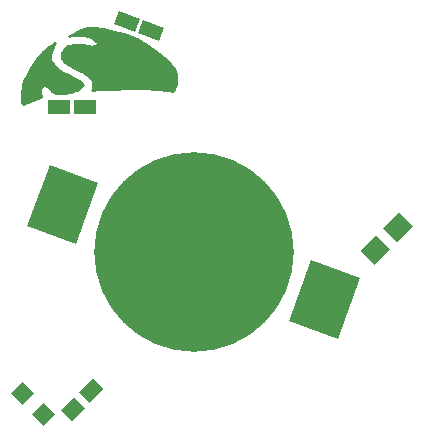
<source format=gbs>
%TF.GenerationSoftware,KiCad,Pcbnew,4.0.5+dfsg1-4*%
%TF.CreationDate,2020-02-08T14:12:35-08:00*%
%TF.ProjectId,SpangSimple,5370616E6753696D706C652E6B696361,rev?*%
%TF.FileFunction,Soldermask,Bot*%
%FSLAX46Y46*%
G04 Gerber Fmt 4.6, Leading zero omitted, Abs format (unit mm)*
G04 Created by KiCad (PCBNEW 4.0.5+dfsg1-4) date Sat Feb  8 14:12:35 2020*
%MOMM*%
%LPD*%
G01*
G04 APERTURE LIST*
%ADD10C,0.100000*%
%ADD11R,1.900000X1.197560*%
%ADD12C,16.900000*%
%ADD13C,0.254000*%
G04 APERTURE END LIST*
D10*
G36*
X168138695Y-103319386D02*
X166936614Y-102117305D01*
X168280117Y-100773802D01*
X169482198Y-101975883D01*
X168138695Y-103319386D01*
X168138695Y-103319386D01*
G37*
G36*
X170047883Y-101410198D02*
X168845802Y-100208117D01*
X170189305Y-98864614D01*
X171391386Y-100066695D01*
X170047883Y-101410198D01*
X170047883Y-101410198D01*
G37*
G36*
X137326168Y-114216117D02*
X138316117Y-113226168D01*
X139306066Y-114216117D01*
X138316117Y-115206066D01*
X137326168Y-114216117D01*
X137326168Y-114216117D01*
G37*
G36*
X139093934Y-115983883D02*
X140083883Y-114993934D01*
X141073832Y-115983883D01*
X140083883Y-116973832D01*
X139093934Y-115983883D01*
X139093934Y-115983883D01*
G37*
G36*
X150331165Y-83238472D02*
X149921575Y-84363810D01*
X148136159Y-83713972D01*
X148545749Y-82588634D01*
X150331165Y-83238472D01*
X150331165Y-83238472D01*
G37*
G36*
X148263841Y-82486028D02*
X147854251Y-83611366D01*
X146068835Y-82961528D01*
X146478425Y-81836190D01*
X148263841Y-82486028D01*
X148263841Y-82486028D01*
G37*
D11*
X141400000Y-90000000D03*
X143600000Y-90000000D03*
D10*
G36*
X138735548Y-100030872D02*
X140616659Y-94862563D01*
X144751306Y-96367452D01*
X142870195Y-101535761D01*
X138735548Y-100030872D01*
X138735548Y-100030872D01*
G37*
G36*
X160912294Y-108102548D02*
X162793405Y-102934239D01*
X166928052Y-104439128D01*
X165046941Y-109607437D01*
X160912294Y-108102548D01*
X160912294Y-108102548D01*
G37*
D12*
X152831800Y-102235000D03*
D10*
G36*
X144263883Y-112946878D02*
X145183122Y-113866117D01*
X144051751Y-114997488D01*
X143132512Y-114078249D01*
X144263883Y-112946878D01*
X144263883Y-112946878D01*
G37*
G36*
X142708249Y-114502512D02*
X143627488Y-115421751D01*
X142496117Y-116553122D01*
X141576878Y-115633883D01*
X142708249Y-114502512D01*
X142708249Y-114502512D01*
G37*
D13*
G36*
X141021235Y-84635013D02*
X140771235Y-85295013D01*
X140769092Y-85301137D01*
X140679092Y-85581137D01*
X140673110Y-85625287D01*
X140683110Y-85865287D01*
X140689517Y-85900161D01*
X140769517Y-86140161D01*
X140790138Y-86178463D01*
X141010138Y-86458463D01*
X141020197Y-86469803D01*
X141270197Y-86719803D01*
X141272799Y-86722331D01*
X141452799Y-86892331D01*
X141473440Y-86908161D01*
X141733440Y-87068161D01*
X141738796Y-87071279D01*
X142138796Y-87291279D01*
X142145266Y-87294600D01*
X142809823Y-87612000D01*
X143100836Y-87786608D01*
X143284779Y-87915368D01*
X143420832Y-88069562D01*
X143371467Y-88118927D01*
X143192799Y-88287669D01*
X143190197Y-88290197D01*
X143061252Y-88419142D01*
X142928834Y-88498593D01*
X142800537Y-88562742D01*
X142589457Y-88636161D01*
X142401161Y-88664405D01*
X142401045Y-88664423D01*
X141871663Y-88744330D01*
X141522291Y-88794240D01*
X141320859Y-88821708D01*
X141160270Y-88797620D01*
X141015779Y-88721124D01*
X140840226Y-88601009D01*
X140627690Y-88398134D01*
X140623010Y-88393883D01*
X140403010Y-88203883D01*
X140379765Y-88187941D01*
X140229765Y-88107941D01*
X140181459Y-88093518D01*
X140122833Y-88102083D01*
X140022833Y-88142083D01*
X139968400Y-88183800D01*
X139909241Y-88262678D01*
X139800138Y-88401537D01*
X139777479Y-88446571D01*
X139777182Y-88512321D01*
X139825930Y-88697563D01*
X139903949Y-89126669D01*
X139904918Y-89138292D01*
X139417732Y-89310240D01*
X139417351Y-89310375D01*
X138381154Y-89679802D01*
X138316664Y-89523950D01*
X138307032Y-88801550D01*
X138326484Y-88286088D01*
X138391602Y-87988405D01*
X138566193Y-87571326D01*
X138763019Y-87148151D01*
X139057865Y-86627256D01*
X139570270Y-85878357D01*
X139882433Y-85527173D01*
X140089803Y-85319803D01*
X140094175Y-85315206D01*
X140275515Y-85114777D01*
X140562528Y-84904301D01*
X140995828Y-84618717D01*
X141061582Y-84582275D01*
X141021235Y-84635013D01*
X141021235Y-84635013D01*
G37*
X141021235Y-84635013D02*
X140771235Y-85295013D01*
X140769092Y-85301137D01*
X140679092Y-85581137D01*
X140673110Y-85625287D01*
X140683110Y-85865287D01*
X140689517Y-85900161D01*
X140769517Y-86140161D01*
X140790138Y-86178463D01*
X141010138Y-86458463D01*
X141020197Y-86469803D01*
X141270197Y-86719803D01*
X141272799Y-86722331D01*
X141452799Y-86892331D01*
X141473440Y-86908161D01*
X141733440Y-87068161D01*
X141738796Y-87071279D01*
X142138796Y-87291279D01*
X142145266Y-87294600D01*
X142809823Y-87612000D01*
X143100836Y-87786608D01*
X143284779Y-87915368D01*
X143420832Y-88069562D01*
X143371467Y-88118927D01*
X143192799Y-88287669D01*
X143190197Y-88290197D01*
X143061252Y-88419142D01*
X142928834Y-88498593D01*
X142800537Y-88562742D01*
X142589457Y-88636161D01*
X142401161Y-88664405D01*
X142401045Y-88664423D01*
X141871663Y-88744330D01*
X141522291Y-88794240D01*
X141320859Y-88821708D01*
X141160270Y-88797620D01*
X141015779Y-88721124D01*
X140840226Y-88601009D01*
X140627690Y-88398134D01*
X140623010Y-88393883D01*
X140403010Y-88203883D01*
X140379765Y-88187941D01*
X140229765Y-88107941D01*
X140181459Y-88093518D01*
X140122833Y-88102083D01*
X140022833Y-88142083D01*
X139968400Y-88183800D01*
X139909241Y-88262678D01*
X139800138Y-88401537D01*
X139777479Y-88446571D01*
X139777182Y-88512321D01*
X139825930Y-88697563D01*
X139903949Y-89126669D01*
X139904918Y-89138292D01*
X139417732Y-89310240D01*
X139417351Y-89310375D01*
X138381154Y-89679802D01*
X138316664Y-89523950D01*
X138307032Y-88801550D01*
X138326484Y-88286088D01*
X138391602Y-87988405D01*
X138566193Y-87571326D01*
X138763019Y-87148151D01*
X139057865Y-86627256D01*
X139570270Y-85878357D01*
X139882433Y-85527173D01*
X140089803Y-85319803D01*
X140094175Y-85315206D01*
X140275515Y-85114777D01*
X140562528Y-84904301D01*
X140995828Y-84618717D01*
X141061582Y-84582275D01*
X141021235Y-84635013D01*
G36*
X145106157Y-83374814D02*
X146032027Y-83583881D01*
X146037529Y-83584996D01*
X146915212Y-83742782D01*
X148012358Y-84173804D01*
X148947304Y-84764296D01*
X149541709Y-85220006D01*
X150284231Y-85814023D01*
X150793401Y-86342777D01*
X151130900Y-86786347D01*
X151295354Y-87133528D01*
X151323262Y-87468425D01*
X151351454Y-88032262D01*
X151048897Y-88620567D01*
X150619311Y-88554477D01*
X150619072Y-88554440D01*
X149829072Y-88434440D01*
X149819194Y-88433333D01*
X148579194Y-88343333D01*
X148572539Y-88343025D01*
X148072539Y-88333025D01*
X148065949Y-88333065D01*
X147125949Y-88363065D01*
X147124127Y-88363136D01*
X146044127Y-88413136D01*
X146043812Y-88413151D01*
X145224555Y-88453115D01*
X144695211Y-88473090D01*
X144694601Y-88473115D01*
X144240009Y-88492459D01*
X144255164Y-88401527D01*
X144285068Y-88232071D01*
X144285886Y-88226785D01*
X144305886Y-88076785D01*
X144307000Y-88060000D01*
X144307000Y-87940000D01*
X144303748Y-87911443D01*
X144273748Y-87781443D01*
X144266352Y-87759096D01*
X144196352Y-87599096D01*
X144183344Y-87576183D01*
X144083344Y-87436183D01*
X144059336Y-87410830D01*
X143909336Y-87290830D01*
X143903239Y-87286245D01*
X143733239Y-87166245D01*
X143720814Y-87158507D01*
X143501461Y-87038860D01*
X143092135Y-86809238D01*
X143089765Y-86807941D01*
X142641271Y-86568744D01*
X142138477Y-86282842D01*
X141933817Y-86136656D01*
X141932290Y-86135582D01*
X141821275Y-86058725D01*
X141752589Y-85959512D01*
X141684800Y-85790039D01*
X141668102Y-85606370D01*
X141712921Y-85373311D01*
X141764100Y-85228305D01*
X141839155Y-85119893D01*
X141967739Y-84982123D01*
X142080414Y-84886783D01*
X142193681Y-84830150D01*
X142384643Y-84784682D01*
X142565347Y-84756150D01*
X142905433Y-84727000D01*
X143138017Y-84727000D01*
X143451182Y-84736786D01*
X143813394Y-84775944D01*
X144260479Y-84845491D01*
X144289740Y-84846626D01*
X144419740Y-84836626D01*
X144466796Y-84823592D01*
X144526796Y-84793592D01*
X144553630Y-84775577D01*
X144633630Y-84705577D01*
X144664226Y-84665510D01*
X144677000Y-84610000D01*
X144677000Y-84560000D01*
X144655670Y-84489553D01*
X144595670Y-84399553D01*
X144577041Y-84377519D01*
X144407041Y-84217519D01*
X144387310Y-84202304D01*
X144147310Y-84052304D01*
X144126279Y-84041732D01*
X143896279Y-83951732D01*
X143862637Y-83943630D01*
X143462637Y-83903630D01*
X143462041Y-83903572D01*
X143252041Y-83883572D01*
X143243847Y-83883058D01*
X142913847Y-83873058D01*
X142902755Y-83873207D01*
X142552755Y-83893207D01*
X142542039Y-83894276D01*
X142290693Y-83930183D01*
X142485388Y-83834288D01*
X142923970Y-83624965D01*
X143307160Y-83448108D01*
X143814590Y-83275773D01*
X144293835Y-83247582D01*
X145106157Y-83374814D01*
X145106157Y-83374814D01*
G37*
X145106157Y-83374814D02*
X146032027Y-83583881D01*
X146037529Y-83584996D01*
X146915212Y-83742782D01*
X148012358Y-84173804D01*
X148947304Y-84764296D01*
X149541709Y-85220006D01*
X150284231Y-85814023D01*
X150793401Y-86342777D01*
X151130900Y-86786347D01*
X151295354Y-87133528D01*
X151323262Y-87468425D01*
X151351454Y-88032262D01*
X151048897Y-88620567D01*
X150619311Y-88554477D01*
X150619072Y-88554440D01*
X149829072Y-88434440D01*
X149819194Y-88433333D01*
X148579194Y-88343333D01*
X148572539Y-88343025D01*
X148072539Y-88333025D01*
X148065949Y-88333065D01*
X147125949Y-88363065D01*
X147124127Y-88363136D01*
X146044127Y-88413136D01*
X146043812Y-88413151D01*
X145224555Y-88453115D01*
X144695211Y-88473090D01*
X144694601Y-88473115D01*
X144240009Y-88492459D01*
X144255164Y-88401527D01*
X144285068Y-88232071D01*
X144285886Y-88226785D01*
X144305886Y-88076785D01*
X144307000Y-88060000D01*
X144307000Y-87940000D01*
X144303748Y-87911443D01*
X144273748Y-87781443D01*
X144266352Y-87759096D01*
X144196352Y-87599096D01*
X144183344Y-87576183D01*
X144083344Y-87436183D01*
X144059336Y-87410830D01*
X143909336Y-87290830D01*
X143903239Y-87286245D01*
X143733239Y-87166245D01*
X143720814Y-87158507D01*
X143501461Y-87038860D01*
X143092135Y-86809238D01*
X143089765Y-86807941D01*
X142641271Y-86568744D01*
X142138477Y-86282842D01*
X141933817Y-86136656D01*
X141932290Y-86135582D01*
X141821275Y-86058725D01*
X141752589Y-85959512D01*
X141684800Y-85790039D01*
X141668102Y-85606370D01*
X141712921Y-85373311D01*
X141764100Y-85228305D01*
X141839155Y-85119893D01*
X141967739Y-84982123D01*
X142080414Y-84886783D01*
X142193681Y-84830150D01*
X142384643Y-84784682D01*
X142565347Y-84756150D01*
X142905433Y-84727000D01*
X143138017Y-84727000D01*
X143451182Y-84736786D01*
X143813394Y-84775944D01*
X144260479Y-84845491D01*
X144289740Y-84846626D01*
X144419740Y-84836626D01*
X144466796Y-84823592D01*
X144526796Y-84793592D01*
X144553630Y-84775577D01*
X144633630Y-84705577D01*
X144664226Y-84665510D01*
X144677000Y-84610000D01*
X144677000Y-84560000D01*
X144655670Y-84489553D01*
X144595670Y-84399553D01*
X144577041Y-84377519D01*
X144407041Y-84217519D01*
X144387310Y-84202304D01*
X144147310Y-84052304D01*
X144126279Y-84041732D01*
X143896279Y-83951732D01*
X143862637Y-83943630D01*
X143462637Y-83903630D01*
X143462041Y-83903572D01*
X143252041Y-83883572D01*
X143243847Y-83883058D01*
X142913847Y-83873058D01*
X142902755Y-83873207D01*
X142552755Y-83893207D01*
X142542039Y-83894276D01*
X142290693Y-83930183D01*
X142485388Y-83834288D01*
X142923970Y-83624965D01*
X143307160Y-83448108D01*
X143814590Y-83275773D01*
X144293835Y-83247582D01*
X145106157Y-83374814D01*
M02*

</source>
